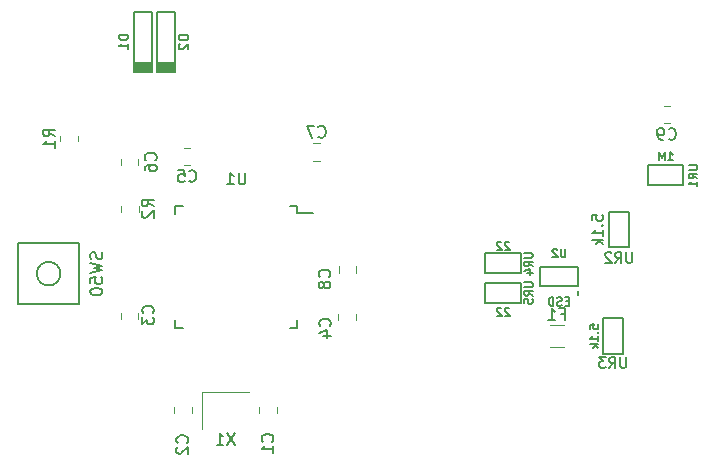
<source format=gbo>
%TF.GenerationSoftware,KiCad,Pcbnew,7.0.2*%
%TF.CreationDate,2023-06-21T18:27:12-05:00*%
%TF.ProjectId,MXB_INTMCU.kicad_pro,4d58425f-494e-4544-9d43-552e6b696361,rev?*%
%TF.SameCoordinates,Original*%
%TF.FileFunction,Legend,Bot*%
%TF.FilePolarity,Positive*%
%FSLAX46Y46*%
G04 Gerber Fmt 4.6, Leading zero omitted, Abs format (unit mm)*
G04 Created by KiCad (PCBNEW 7.0.2) date 2023-06-21 18:27:12*
%MOMM*%
%LPD*%
G01*
G04 APERTURE LIST*
%ADD10C,0.150000*%
%ADD11C,0.120000*%
%ADD12C,0.200000*%
G04 APERTURE END LIST*
D10*
%TO.C,X1*%
X120859523Y-95512619D02*
X120192857Y-96512619D01*
X120192857Y-95512619D02*
X120859523Y-96512619D01*
X119288095Y-96512619D02*
X119859523Y-96512619D01*
X119573809Y-96512619D02*
X119573809Y-95512619D01*
X119573809Y-95512619D02*
X119669047Y-95655476D01*
X119669047Y-95655476D02*
X119764285Y-95750714D01*
X119764285Y-95750714D02*
X119859523Y-95798333D01*
%TO.C,D2*%
X116894095Y-61819524D02*
X116094095Y-61819524D01*
X116094095Y-61819524D02*
X116094095Y-62010000D01*
X116094095Y-62010000D02*
X116132190Y-62124286D01*
X116132190Y-62124286D02*
X116208380Y-62200476D01*
X116208380Y-62200476D02*
X116284571Y-62238571D01*
X116284571Y-62238571D02*
X116436952Y-62276667D01*
X116436952Y-62276667D02*
X116551238Y-62276667D01*
X116551238Y-62276667D02*
X116703619Y-62238571D01*
X116703619Y-62238571D02*
X116779809Y-62200476D01*
X116779809Y-62200476D02*
X116856000Y-62124286D01*
X116856000Y-62124286D02*
X116894095Y-62010000D01*
X116894095Y-62010000D02*
X116894095Y-61819524D01*
X116170285Y-62581428D02*
X116132190Y-62619524D01*
X116132190Y-62619524D02*
X116094095Y-62695714D01*
X116094095Y-62695714D02*
X116094095Y-62886190D01*
X116094095Y-62886190D02*
X116132190Y-62962381D01*
X116132190Y-62962381D02*
X116170285Y-63000476D01*
X116170285Y-63000476D02*
X116246476Y-63038571D01*
X116246476Y-63038571D02*
X116322666Y-63038571D01*
X116322666Y-63038571D02*
X116436952Y-63000476D01*
X116436952Y-63000476D02*
X116894095Y-62543333D01*
X116894095Y-62543333D02*
X116894095Y-63038571D01*
%TO.C,D1*%
X111814095Y-61784124D02*
X111014095Y-61784124D01*
X111014095Y-61784124D02*
X111014095Y-61974600D01*
X111014095Y-61974600D02*
X111052190Y-62088886D01*
X111052190Y-62088886D02*
X111128380Y-62165076D01*
X111128380Y-62165076D02*
X111204571Y-62203171D01*
X111204571Y-62203171D02*
X111356952Y-62241267D01*
X111356952Y-62241267D02*
X111471238Y-62241267D01*
X111471238Y-62241267D02*
X111623619Y-62203171D01*
X111623619Y-62203171D02*
X111699809Y-62165076D01*
X111699809Y-62165076D02*
X111776000Y-62088886D01*
X111776000Y-62088886D02*
X111814095Y-61974600D01*
X111814095Y-61974600D02*
X111814095Y-61784124D01*
X111814095Y-63003171D02*
X111814095Y-62546028D01*
X111814095Y-62774600D02*
X111014095Y-62774600D01*
X111014095Y-62774600D02*
X111128380Y-62698409D01*
X111128380Y-62698409D02*
X111204571Y-62622219D01*
X111204571Y-62622219D02*
X111242666Y-62546028D01*
%TO.C,C9*%
X157566666Y-70597380D02*
X157614285Y-70645000D01*
X157614285Y-70645000D02*
X157757142Y-70692619D01*
X157757142Y-70692619D02*
X157852380Y-70692619D01*
X157852380Y-70692619D02*
X157995237Y-70645000D01*
X157995237Y-70645000D02*
X158090475Y-70549761D01*
X158090475Y-70549761D02*
X158138094Y-70454523D01*
X158138094Y-70454523D02*
X158185713Y-70264047D01*
X158185713Y-70264047D02*
X158185713Y-70121190D01*
X158185713Y-70121190D02*
X158138094Y-69930714D01*
X158138094Y-69930714D02*
X158090475Y-69835476D01*
X158090475Y-69835476D02*
X157995237Y-69740238D01*
X157995237Y-69740238D02*
X157852380Y-69692619D01*
X157852380Y-69692619D02*
X157757142Y-69692619D01*
X157757142Y-69692619D02*
X157614285Y-69740238D01*
X157614285Y-69740238D02*
X157566666Y-69787857D01*
X157090475Y-70692619D02*
X156899999Y-70692619D01*
X156899999Y-70692619D02*
X156804761Y-70645000D01*
X156804761Y-70645000D02*
X156757142Y-70597380D01*
X156757142Y-70597380D02*
X156661904Y-70454523D01*
X156661904Y-70454523D02*
X156614285Y-70264047D01*
X156614285Y-70264047D02*
X156614285Y-69883095D01*
X156614285Y-69883095D02*
X156661904Y-69787857D01*
X156661904Y-69787857D02*
X156709523Y-69740238D01*
X156709523Y-69740238D02*
X156804761Y-69692619D01*
X156804761Y-69692619D02*
X156995237Y-69692619D01*
X156995237Y-69692619D02*
X157090475Y-69740238D01*
X157090475Y-69740238D02*
X157138094Y-69787857D01*
X157138094Y-69787857D02*
X157185713Y-69883095D01*
X157185713Y-69883095D02*
X157185713Y-70121190D01*
X157185713Y-70121190D02*
X157138094Y-70216428D01*
X157138094Y-70216428D02*
X157090475Y-70264047D01*
X157090475Y-70264047D02*
X156995237Y-70311666D01*
X156995237Y-70311666D02*
X156804761Y-70311666D01*
X156804761Y-70311666D02*
X156709523Y-70264047D01*
X156709523Y-70264047D02*
X156661904Y-70216428D01*
X156661904Y-70216428D02*
X156614285Y-70121190D01*
%TO.C,UR4*%
X145357833Y-80266666D02*
X145924500Y-80266666D01*
X145924500Y-80266666D02*
X145991166Y-80300000D01*
X145991166Y-80300000D02*
X146024500Y-80333333D01*
X146024500Y-80333333D02*
X146057833Y-80400000D01*
X146057833Y-80400000D02*
X146057833Y-80533333D01*
X146057833Y-80533333D02*
X146024500Y-80600000D01*
X146024500Y-80600000D02*
X145991166Y-80633333D01*
X145991166Y-80633333D02*
X145924500Y-80666666D01*
X145924500Y-80666666D02*
X145357833Y-80666666D01*
X146057833Y-81399999D02*
X145724500Y-81166666D01*
X146057833Y-80999999D02*
X145357833Y-80999999D01*
X145357833Y-80999999D02*
X145357833Y-81266666D01*
X145357833Y-81266666D02*
X145391166Y-81333333D01*
X145391166Y-81333333D02*
X145424500Y-81366666D01*
X145424500Y-81366666D02*
X145491166Y-81399999D01*
X145491166Y-81399999D02*
X145591166Y-81399999D01*
X145591166Y-81399999D02*
X145657833Y-81366666D01*
X145657833Y-81366666D02*
X145691166Y-81333333D01*
X145691166Y-81333333D02*
X145724500Y-81266666D01*
X145724500Y-81266666D02*
X145724500Y-80999999D01*
X145591166Y-81999999D02*
X146057833Y-81999999D01*
X145324500Y-81833333D02*
X145824500Y-81666666D01*
X145824500Y-81666666D02*
X145824500Y-82099999D01*
X144083333Y-79372500D02*
X144050000Y-79339166D01*
X144050000Y-79339166D02*
X143983333Y-79305833D01*
X143983333Y-79305833D02*
X143816667Y-79305833D01*
X143816667Y-79305833D02*
X143750000Y-79339166D01*
X143750000Y-79339166D02*
X143716667Y-79372500D01*
X143716667Y-79372500D02*
X143683333Y-79439166D01*
X143683333Y-79439166D02*
X143683333Y-79505833D01*
X143683333Y-79505833D02*
X143716667Y-79605833D01*
X143716667Y-79605833D02*
X144116667Y-80005833D01*
X144116667Y-80005833D02*
X143683333Y-80005833D01*
X143416666Y-79372500D02*
X143383333Y-79339166D01*
X143383333Y-79339166D02*
X143316666Y-79305833D01*
X143316666Y-79305833D02*
X143150000Y-79305833D01*
X143150000Y-79305833D02*
X143083333Y-79339166D01*
X143083333Y-79339166D02*
X143050000Y-79372500D01*
X143050000Y-79372500D02*
X143016666Y-79439166D01*
X143016666Y-79439166D02*
X143016666Y-79505833D01*
X143016666Y-79505833D02*
X143050000Y-79605833D01*
X143050000Y-79605833D02*
X143450000Y-80005833D01*
X143450000Y-80005833D02*
X143016666Y-80005833D01*
%TO.C,C7*%
X127916666Y-70412380D02*
X127964285Y-70460000D01*
X127964285Y-70460000D02*
X128107142Y-70507619D01*
X128107142Y-70507619D02*
X128202380Y-70507619D01*
X128202380Y-70507619D02*
X128345237Y-70460000D01*
X128345237Y-70460000D02*
X128440475Y-70364761D01*
X128440475Y-70364761D02*
X128488094Y-70269523D01*
X128488094Y-70269523D02*
X128535713Y-70079047D01*
X128535713Y-70079047D02*
X128535713Y-69936190D01*
X128535713Y-69936190D02*
X128488094Y-69745714D01*
X128488094Y-69745714D02*
X128440475Y-69650476D01*
X128440475Y-69650476D02*
X128345237Y-69555238D01*
X128345237Y-69555238D02*
X128202380Y-69507619D01*
X128202380Y-69507619D02*
X128107142Y-69507619D01*
X128107142Y-69507619D02*
X127964285Y-69555238D01*
X127964285Y-69555238D02*
X127916666Y-69602857D01*
X127583332Y-69507619D02*
X126916666Y-69507619D01*
X126916666Y-69507619D02*
X127345237Y-70507619D01*
%TO.C,UR1*%
X159298833Y-72826666D02*
X159865500Y-72826666D01*
X159865500Y-72826666D02*
X159932166Y-72860000D01*
X159932166Y-72860000D02*
X159965500Y-72893333D01*
X159965500Y-72893333D02*
X159998833Y-72960000D01*
X159998833Y-72960000D02*
X159998833Y-73093333D01*
X159998833Y-73093333D02*
X159965500Y-73160000D01*
X159965500Y-73160000D02*
X159932166Y-73193333D01*
X159932166Y-73193333D02*
X159865500Y-73226666D01*
X159865500Y-73226666D02*
X159298833Y-73226666D01*
X159998833Y-73959999D02*
X159665500Y-73726666D01*
X159998833Y-73559999D02*
X159298833Y-73559999D01*
X159298833Y-73559999D02*
X159298833Y-73826666D01*
X159298833Y-73826666D02*
X159332166Y-73893333D01*
X159332166Y-73893333D02*
X159365500Y-73926666D01*
X159365500Y-73926666D02*
X159432166Y-73959999D01*
X159432166Y-73959999D02*
X159532166Y-73959999D01*
X159532166Y-73959999D02*
X159598833Y-73926666D01*
X159598833Y-73926666D02*
X159632166Y-73893333D01*
X159632166Y-73893333D02*
X159665500Y-73826666D01*
X159665500Y-73826666D02*
X159665500Y-73559999D01*
X159998833Y-74626666D02*
X159998833Y-74226666D01*
X159998833Y-74426666D02*
X159298833Y-74426666D01*
X159298833Y-74426666D02*
X159398833Y-74359999D01*
X159398833Y-74359999D02*
X159465500Y-74293333D01*
X159465500Y-74293333D02*
X159498833Y-74226666D01*
X157524999Y-72433833D02*
X157924999Y-72433833D01*
X157724999Y-72433833D02*
X157724999Y-71733833D01*
X157724999Y-71733833D02*
X157791666Y-71833833D01*
X157791666Y-71833833D02*
X157858333Y-71900500D01*
X157858333Y-71900500D02*
X157924999Y-71933833D01*
X157224999Y-72433833D02*
X157224999Y-71733833D01*
X157224999Y-71733833D02*
X156991666Y-72233833D01*
X156991666Y-72233833D02*
X156758332Y-71733833D01*
X156758332Y-71733833D02*
X156758332Y-72433833D01*
%TO.C,R2*%
X113962619Y-76333333D02*
X113486428Y-76000000D01*
X113962619Y-75761905D02*
X112962619Y-75761905D01*
X112962619Y-75761905D02*
X112962619Y-76142857D01*
X112962619Y-76142857D02*
X113010238Y-76238095D01*
X113010238Y-76238095D02*
X113057857Y-76285714D01*
X113057857Y-76285714D02*
X113153095Y-76333333D01*
X113153095Y-76333333D02*
X113295952Y-76333333D01*
X113295952Y-76333333D02*
X113391190Y-76285714D01*
X113391190Y-76285714D02*
X113438809Y-76238095D01*
X113438809Y-76238095D02*
X113486428Y-76142857D01*
X113486428Y-76142857D02*
X113486428Y-75761905D01*
X113057857Y-76714286D02*
X113010238Y-76761905D01*
X113010238Y-76761905D02*
X112962619Y-76857143D01*
X112962619Y-76857143D02*
X112962619Y-77095238D01*
X112962619Y-77095238D02*
X113010238Y-77190476D01*
X113010238Y-77190476D02*
X113057857Y-77238095D01*
X113057857Y-77238095D02*
X113153095Y-77285714D01*
X113153095Y-77285714D02*
X113248333Y-77285714D01*
X113248333Y-77285714D02*
X113391190Y-77238095D01*
X113391190Y-77238095D02*
X113962619Y-76666667D01*
X113962619Y-76666667D02*
X113962619Y-77285714D01*
%TO.C,R1*%
X105612619Y-70408333D02*
X105136428Y-70075000D01*
X105612619Y-69836905D02*
X104612619Y-69836905D01*
X104612619Y-69836905D02*
X104612619Y-70217857D01*
X104612619Y-70217857D02*
X104660238Y-70313095D01*
X104660238Y-70313095D02*
X104707857Y-70360714D01*
X104707857Y-70360714D02*
X104803095Y-70408333D01*
X104803095Y-70408333D02*
X104945952Y-70408333D01*
X104945952Y-70408333D02*
X105041190Y-70360714D01*
X105041190Y-70360714D02*
X105088809Y-70313095D01*
X105088809Y-70313095D02*
X105136428Y-70217857D01*
X105136428Y-70217857D02*
X105136428Y-69836905D01*
X105612619Y-71360714D02*
X105612619Y-70789286D01*
X105612619Y-71075000D02*
X104612619Y-71075000D01*
X104612619Y-71075000D02*
X104755476Y-70979762D01*
X104755476Y-70979762D02*
X104850714Y-70884524D01*
X104850714Y-70884524D02*
X104898333Y-70789286D01*
%TO.C,C3*%
X113892380Y-85358333D02*
X113940000Y-85310714D01*
X113940000Y-85310714D02*
X113987619Y-85167857D01*
X113987619Y-85167857D02*
X113987619Y-85072619D01*
X113987619Y-85072619D02*
X113940000Y-84929762D01*
X113940000Y-84929762D02*
X113844761Y-84834524D01*
X113844761Y-84834524D02*
X113749523Y-84786905D01*
X113749523Y-84786905D02*
X113559047Y-84739286D01*
X113559047Y-84739286D02*
X113416190Y-84739286D01*
X113416190Y-84739286D02*
X113225714Y-84786905D01*
X113225714Y-84786905D02*
X113130476Y-84834524D01*
X113130476Y-84834524D02*
X113035238Y-84929762D01*
X113035238Y-84929762D02*
X112987619Y-85072619D01*
X112987619Y-85072619D02*
X112987619Y-85167857D01*
X112987619Y-85167857D02*
X113035238Y-85310714D01*
X113035238Y-85310714D02*
X113082857Y-85358333D01*
X112987619Y-85691667D02*
X112987619Y-86310714D01*
X112987619Y-86310714D02*
X113368571Y-85977381D01*
X113368571Y-85977381D02*
X113368571Y-86120238D01*
X113368571Y-86120238D02*
X113416190Y-86215476D01*
X113416190Y-86215476D02*
X113463809Y-86263095D01*
X113463809Y-86263095D02*
X113559047Y-86310714D01*
X113559047Y-86310714D02*
X113797142Y-86310714D01*
X113797142Y-86310714D02*
X113892380Y-86263095D01*
X113892380Y-86263095D02*
X113940000Y-86215476D01*
X113940000Y-86215476D02*
X113987619Y-86120238D01*
X113987619Y-86120238D02*
X113987619Y-85834524D01*
X113987619Y-85834524D02*
X113940000Y-85739286D01*
X113940000Y-85739286D02*
X113892380Y-85691667D01*
%TO.C,SW50*%
X109554000Y-80215476D02*
X109601619Y-80358333D01*
X109601619Y-80358333D02*
X109601619Y-80596428D01*
X109601619Y-80596428D02*
X109554000Y-80691666D01*
X109554000Y-80691666D02*
X109506380Y-80739285D01*
X109506380Y-80739285D02*
X109411142Y-80786904D01*
X109411142Y-80786904D02*
X109315904Y-80786904D01*
X109315904Y-80786904D02*
X109220666Y-80739285D01*
X109220666Y-80739285D02*
X109173047Y-80691666D01*
X109173047Y-80691666D02*
X109125428Y-80596428D01*
X109125428Y-80596428D02*
X109077809Y-80405952D01*
X109077809Y-80405952D02*
X109030190Y-80310714D01*
X109030190Y-80310714D02*
X108982571Y-80263095D01*
X108982571Y-80263095D02*
X108887333Y-80215476D01*
X108887333Y-80215476D02*
X108792095Y-80215476D01*
X108792095Y-80215476D02*
X108696857Y-80263095D01*
X108696857Y-80263095D02*
X108649238Y-80310714D01*
X108649238Y-80310714D02*
X108601619Y-80405952D01*
X108601619Y-80405952D02*
X108601619Y-80644047D01*
X108601619Y-80644047D02*
X108649238Y-80786904D01*
X108601619Y-81120238D02*
X109601619Y-81358333D01*
X109601619Y-81358333D02*
X108887333Y-81548809D01*
X108887333Y-81548809D02*
X109601619Y-81739285D01*
X109601619Y-81739285D02*
X108601619Y-81977381D01*
X108601619Y-82834523D02*
X108601619Y-82358333D01*
X108601619Y-82358333D02*
X109077809Y-82310714D01*
X109077809Y-82310714D02*
X109030190Y-82358333D01*
X109030190Y-82358333D02*
X108982571Y-82453571D01*
X108982571Y-82453571D02*
X108982571Y-82691666D01*
X108982571Y-82691666D02*
X109030190Y-82786904D01*
X109030190Y-82786904D02*
X109077809Y-82834523D01*
X109077809Y-82834523D02*
X109173047Y-82882142D01*
X109173047Y-82882142D02*
X109411142Y-82882142D01*
X109411142Y-82882142D02*
X109506380Y-82834523D01*
X109506380Y-82834523D02*
X109554000Y-82786904D01*
X109554000Y-82786904D02*
X109601619Y-82691666D01*
X109601619Y-82691666D02*
X109601619Y-82453571D01*
X109601619Y-82453571D02*
X109554000Y-82358333D01*
X109554000Y-82358333D02*
X109506380Y-82310714D01*
X108601619Y-83501190D02*
X108601619Y-83596428D01*
X108601619Y-83596428D02*
X108649238Y-83691666D01*
X108649238Y-83691666D02*
X108696857Y-83739285D01*
X108696857Y-83739285D02*
X108792095Y-83786904D01*
X108792095Y-83786904D02*
X108982571Y-83834523D01*
X108982571Y-83834523D02*
X109220666Y-83834523D01*
X109220666Y-83834523D02*
X109411142Y-83786904D01*
X109411142Y-83786904D02*
X109506380Y-83739285D01*
X109506380Y-83739285D02*
X109554000Y-83691666D01*
X109554000Y-83691666D02*
X109601619Y-83596428D01*
X109601619Y-83596428D02*
X109601619Y-83501190D01*
X109601619Y-83501190D02*
X109554000Y-83405952D01*
X109554000Y-83405952D02*
X109506380Y-83358333D01*
X109506380Y-83358333D02*
X109411142Y-83310714D01*
X109411142Y-83310714D02*
X109220666Y-83263095D01*
X109220666Y-83263095D02*
X108982571Y-83263095D01*
X108982571Y-83263095D02*
X108792095Y-83310714D01*
X108792095Y-83310714D02*
X108696857Y-83358333D01*
X108696857Y-83358333D02*
X108649238Y-83405952D01*
X108649238Y-83405952D02*
X108601619Y-83501190D01*
%TO.C,F1*%
X148433333Y-85418809D02*
X148766666Y-85418809D01*
X148766666Y-85942619D02*
X148766666Y-84942619D01*
X148766666Y-84942619D02*
X148290476Y-84942619D01*
X147385714Y-85942619D02*
X147957142Y-85942619D01*
X147671428Y-85942619D02*
X147671428Y-84942619D01*
X147671428Y-84942619D02*
X147766666Y-85085476D01*
X147766666Y-85085476D02*
X147861904Y-85180714D01*
X147861904Y-85180714D02*
X147957142Y-85228333D01*
%TO.C,C8*%
X128829380Y-82309333D02*
X128877000Y-82261714D01*
X128877000Y-82261714D02*
X128924619Y-82118857D01*
X128924619Y-82118857D02*
X128924619Y-82023619D01*
X128924619Y-82023619D02*
X128877000Y-81880762D01*
X128877000Y-81880762D02*
X128781761Y-81785524D01*
X128781761Y-81785524D02*
X128686523Y-81737905D01*
X128686523Y-81737905D02*
X128496047Y-81690286D01*
X128496047Y-81690286D02*
X128353190Y-81690286D01*
X128353190Y-81690286D02*
X128162714Y-81737905D01*
X128162714Y-81737905D02*
X128067476Y-81785524D01*
X128067476Y-81785524D02*
X127972238Y-81880762D01*
X127972238Y-81880762D02*
X127924619Y-82023619D01*
X127924619Y-82023619D02*
X127924619Y-82118857D01*
X127924619Y-82118857D02*
X127972238Y-82261714D01*
X127972238Y-82261714D02*
X128019857Y-82309333D01*
X128353190Y-82880762D02*
X128305571Y-82785524D01*
X128305571Y-82785524D02*
X128257952Y-82737905D01*
X128257952Y-82737905D02*
X128162714Y-82690286D01*
X128162714Y-82690286D02*
X128115095Y-82690286D01*
X128115095Y-82690286D02*
X128019857Y-82737905D01*
X128019857Y-82737905D02*
X127972238Y-82785524D01*
X127972238Y-82785524D02*
X127924619Y-82880762D01*
X127924619Y-82880762D02*
X127924619Y-83071238D01*
X127924619Y-83071238D02*
X127972238Y-83166476D01*
X127972238Y-83166476D02*
X128019857Y-83214095D01*
X128019857Y-83214095D02*
X128115095Y-83261714D01*
X128115095Y-83261714D02*
X128162714Y-83261714D01*
X128162714Y-83261714D02*
X128257952Y-83214095D01*
X128257952Y-83214095D02*
X128305571Y-83166476D01*
X128305571Y-83166476D02*
X128353190Y-83071238D01*
X128353190Y-83071238D02*
X128353190Y-82880762D01*
X128353190Y-82880762D02*
X128400809Y-82785524D01*
X128400809Y-82785524D02*
X128448428Y-82737905D01*
X128448428Y-82737905D02*
X128543666Y-82690286D01*
X128543666Y-82690286D02*
X128734142Y-82690286D01*
X128734142Y-82690286D02*
X128829380Y-82737905D01*
X128829380Y-82737905D02*
X128877000Y-82785524D01*
X128877000Y-82785524D02*
X128924619Y-82880762D01*
X128924619Y-82880762D02*
X128924619Y-83071238D01*
X128924619Y-83071238D02*
X128877000Y-83166476D01*
X128877000Y-83166476D02*
X128829380Y-83214095D01*
X128829380Y-83214095D02*
X128734142Y-83261714D01*
X128734142Y-83261714D02*
X128543666Y-83261714D01*
X128543666Y-83261714D02*
X128448428Y-83214095D01*
X128448428Y-83214095D02*
X128400809Y-83166476D01*
X128400809Y-83166476D02*
X128353190Y-83071238D01*
%TO.C,UR3*%
X153971833Y-89110269D02*
X153971833Y-89829936D01*
X153971833Y-89829936D02*
X153929500Y-89914602D01*
X153929500Y-89914602D02*
X153887166Y-89956936D01*
X153887166Y-89956936D02*
X153802500Y-89999269D01*
X153802500Y-89999269D02*
X153633166Y-89999269D01*
X153633166Y-89999269D02*
X153548500Y-89956936D01*
X153548500Y-89956936D02*
X153506166Y-89914602D01*
X153506166Y-89914602D02*
X153463833Y-89829936D01*
X153463833Y-89829936D02*
X153463833Y-89110269D01*
X152532500Y-89999269D02*
X152828833Y-89575936D01*
X153040500Y-89999269D02*
X153040500Y-89110269D01*
X153040500Y-89110269D02*
X152701833Y-89110269D01*
X152701833Y-89110269D02*
X152617167Y-89152602D01*
X152617167Y-89152602D02*
X152574833Y-89194936D01*
X152574833Y-89194936D02*
X152532500Y-89279602D01*
X152532500Y-89279602D02*
X152532500Y-89406602D01*
X152532500Y-89406602D02*
X152574833Y-89491269D01*
X152574833Y-89491269D02*
X152617167Y-89533602D01*
X152617167Y-89533602D02*
X152701833Y-89575936D01*
X152701833Y-89575936D02*
X153040500Y-89575936D01*
X152236167Y-89110269D02*
X151685833Y-89110269D01*
X151685833Y-89110269D02*
X151982167Y-89448936D01*
X151982167Y-89448936D02*
X151855167Y-89448936D01*
X151855167Y-89448936D02*
X151770500Y-89491269D01*
X151770500Y-89491269D02*
X151728167Y-89533602D01*
X151728167Y-89533602D02*
X151685833Y-89618269D01*
X151685833Y-89618269D02*
X151685833Y-89829936D01*
X151685833Y-89829936D02*
X151728167Y-89914602D01*
X151728167Y-89914602D02*
X151770500Y-89956936D01*
X151770500Y-89956936D02*
X151855167Y-89999269D01*
X151855167Y-89999269D02*
X152109167Y-89999269D01*
X152109167Y-89999269D02*
X152193833Y-89956936D01*
X152193833Y-89956936D02*
X152236167Y-89914602D01*
X150923833Y-86683333D02*
X150923833Y-86349999D01*
X150923833Y-86349999D02*
X151257166Y-86316666D01*
X151257166Y-86316666D02*
X151223833Y-86349999D01*
X151223833Y-86349999D02*
X151190500Y-86416666D01*
X151190500Y-86416666D02*
X151190500Y-86583333D01*
X151190500Y-86583333D02*
X151223833Y-86649999D01*
X151223833Y-86649999D02*
X151257166Y-86683333D01*
X151257166Y-86683333D02*
X151323833Y-86716666D01*
X151323833Y-86716666D02*
X151490500Y-86716666D01*
X151490500Y-86716666D02*
X151557166Y-86683333D01*
X151557166Y-86683333D02*
X151590500Y-86649999D01*
X151590500Y-86649999D02*
X151623833Y-86583333D01*
X151623833Y-86583333D02*
X151623833Y-86416666D01*
X151623833Y-86416666D02*
X151590500Y-86349999D01*
X151590500Y-86349999D02*
X151557166Y-86316666D01*
X151557166Y-87016666D02*
X151590500Y-87050000D01*
X151590500Y-87050000D02*
X151623833Y-87016666D01*
X151623833Y-87016666D02*
X151590500Y-86983333D01*
X151590500Y-86983333D02*
X151557166Y-87016666D01*
X151557166Y-87016666D02*
X151623833Y-87016666D01*
X151623833Y-87716666D02*
X151623833Y-87316666D01*
X151623833Y-87516666D02*
X150923833Y-87516666D01*
X150923833Y-87516666D02*
X151023833Y-87449999D01*
X151023833Y-87449999D02*
X151090500Y-87383333D01*
X151090500Y-87383333D02*
X151123833Y-87316666D01*
X151623833Y-88016666D02*
X150923833Y-88016666D01*
X151357166Y-88083333D02*
X151623833Y-88283333D01*
X151157166Y-88283333D02*
X151423833Y-88016666D01*
%TO.C,U2*%
X148833333Y-79923833D02*
X148833333Y-80490500D01*
X148833333Y-80490500D02*
X148800000Y-80557166D01*
X148800000Y-80557166D02*
X148766666Y-80590500D01*
X148766666Y-80590500D02*
X148700000Y-80623833D01*
X148700000Y-80623833D02*
X148566666Y-80623833D01*
X148566666Y-80623833D02*
X148500000Y-80590500D01*
X148500000Y-80590500D02*
X148466666Y-80557166D01*
X148466666Y-80557166D02*
X148433333Y-80490500D01*
X148433333Y-80490500D02*
X148433333Y-79923833D01*
X148133333Y-79990500D02*
X148100000Y-79957166D01*
X148100000Y-79957166D02*
X148033333Y-79923833D01*
X148033333Y-79923833D02*
X147866667Y-79923833D01*
X147866667Y-79923833D02*
X147800000Y-79957166D01*
X147800000Y-79957166D02*
X147766667Y-79990500D01*
X147766667Y-79990500D02*
X147733333Y-80057166D01*
X147733333Y-80057166D02*
X147733333Y-80123833D01*
X147733333Y-80123833D02*
X147766667Y-80223833D01*
X147766667Y-80223833D02*
X148166667Y-80623833D01*
X148166667Y-80623833D02*
X147733333Y-80623833D01*
X149107333Y-84357166D02*
X148874000Y-84357166D01*
X148774000Y-84723833D02*
X149107333Y-84723833D01*
X149107333Y-84723833D02*
X149107333Y-84023833D01*
X149107333Y-84023833D02*
X148774000Y-84023833D01*
X148507333Y-84690500D02*
X148407333Y-84723833D01*
X148407333Y-84723833D02*
X148240667Y-84723833D01*
X148240667Y-84723833D02*
X148174000Y-84690500D01*
X148174000Y-84690500D02*
X148140667Y-84657166D01*
X148140667Y-84657166D02*
X148107333Y-84590500D01*
X148107333Y-84590500D02*
X148107333Y-84523833D01*
X148107333Y-84523833D02*
X148140667Y-84457166D01*
X148140667Y-84457166D02*
X148174000Y-84423833D01*
X148174000Y-84423833D02*
X148240667Y-84390500D01*
X148240667Y-84390500D02*
X148374000Y-84357166D01*
X148374000Y-84357166D02*
X148440667Y-84323833D01*
X148440667Y-84323833D02*
X148474000Y-84290500D01*
X148474000Y-84290500D02*
X148507333Y-84223833D01*
X148507333Y-84223833D02*
X148507333Y-84157166D01*
X148507333Y-84157166D02*
X148474000Y-84090500D01*
X148474000Y-84090500D02*
X148440667Y-84057166D01*
X148440667Y-84057166D02*
X148374000Y-84023833D01*
X148374000Y-84023833D02*
X148207333Y-84023833D01*
X148207333Y-84023833D02*
X148107333Y-84057166D01*
X147807333Y-84723833D02*
X147807333Y-84023833D01*
X147807333Y-84023833D02*
X147640666Y-84023833D01*
X147640666Y-84023833D02*
X147540666Y-84057166D01*
X147540666Y-84057166D02*
X147474000Y-84123833D01*
X147474000Y-84123833D02*
X147440666Y-84190500D01*
X147440666Y-84190500D02*
X147407333Y-84323833D01*
X147407333Y-84323833D02*
X147407333Y-84423833D01*
X147407333Y-84423833D02*
X147440666Y-84557166D01*
X147440666Y-84557166D02*
X147474000Y-84623833D01*
X147474000Y-84623833D02*
X147540666Y-84690500D01*
X147540666Y-84690500D02*
X147640666Y-84723833D01*
X147640666Y-84723833D02*
X147807333Y-84723833D01*
%TO.C,C6*%
X114117380Y-72408333D02*
X114165000Y-72360714D01*
X114165000Y-72360714D02*
X114212619Y-72217857D01*
X114212619Y-72217857D02*
X114212619Y-72122619D01*
X114212619Y-72122619D02*
X114165000Y-71979762D01*
X114165000Y-71979762D02*
X114069761Y-71884524D01*
X114069761Y-71884524D02*
X113974523Y-71836905D01*
X113974523Y-71836905D02*
X113784047Y-71789286D01*
X113784047Y-71789286D02*
X113641190Y-71789286D01*
X113641190Y-71789286D02*
X113450714Y-71836905D01*
X113450714Y-71836905D02*
X113355476Y-71884524D01*
X113355476Y-71884524D02*
X113260238Y-71979762D01*
X113260238Y-71979762D02*
X113212619Y-72122619D01*
X113212619Y-72122619D02*
X113212619Y-72217857D01*
X113212619Y-72217857D02*
X113260238Y-72360714D01*
X113260238Y-72360714D02*
X113307857Y-72408333D01*
X113212619Y-73265476D02*
X113212619Y-73075000D01*
X113212619Y-73075000D02*
X113260238Y-72979762D01*
X113260238Y-72979762D02*
X113307857Y-72932143D01*
X113307857Y-72932143D02*
X113450714Y-72836905D01*
X113450714Y-72836905D02*
X113641190Y-72789286D01*
X113641190Y-72789286D02*
X114022142Y-72789286D01*
X114022142Y-72789286D02*
X114117380Y-72836905D01*
X114117380Y-72836905D02*
X114165000Y-72884524D01*
X114165000Y-72884524D02*
X114212619Y-72979762D01*
X114212619Y-72979762D02*
X114212619Y-73170238D01*
X114212619Y-73170238D02*
X114165000Y-73265476D01*
X114165000Y-73265476D02*
X114117380Y-73313095D01*
X114117380Y-73313095D02*
X114022142Y-73360714D01*
X114022142Y-73360714D02*
X113784047Y-73360714D01*
X113784047Y-73360714D02*
X113688809Y-73313095D01*
X113688809Y-73313095D02*
X113641190Y-73265476D01*
X113641190Y-73265476D02*
X113593571Y-73170238D01*
X113593571Y-73170238D02*
X113593571Y-72979762D01*
X113593571Y-72979762D02*
X113641190Y-72884524D01*
X113641190Y-72884524D02*
X113688809Y-72836905D01*
X113688809Y-72836905D02*
X113784047Y-72789286D01*
%TO.C,C2*%
X116798630Y-96339581D02*
X116846250Y-96291962D01*
X116846250Y-96291962D02*
X116893869Y-96149105D01*
X116893869Y-96149105D02*
X116893869Y-96053867D01*
X116893869Y-96053867D02*
X116846250Y-95911010D01*
X116846250Y-95911010D02*
X116751011Y-95815772D01*
X116751011Y-95815772D02*
X116655773Y-95768153D01*
X116655773Y-95768153D02*
X116465297Y-95720534D01*
X116465297Y-95720534D02*
X116322440Y-95720534D01*
X116322440Y-95720534D02*
X116131964Y-95768153D01*
X116131964Y-95768153D02*
X116036726Y-95815772D01*
X116036726Y-95815772D02*
X115941488Y-95911010D01*
X115941488Y-95911010D02*
X115893869Y-96053867D01*
X115893869Y-96053867D02*
X115893869Y-96149105D01*
X115893869Y-96149105D02*
X115941488Y-96291962D01*
X115941488Y-96291962D02*
X115989107Y-96339581D01*
X115989107Y-96720534D02*
X115941488Y-96768153D01*
X115941488Y-96768153D02*
X115893869Y-96863391D01*
X115893869Y-96863391D02*
X115893869Y-97101486D01*
X115893869Y-97101486D02*
X115941488Y-97196724D01*
X115941488Y-97196724D02*
X115989107Y-97244343D01*
X115989107Y-97244343D02*
X116084345Y-97291962D01*
X116084345Y-97291962D02*
X116179583Y-97291962D01*
X116179583Y-97291962D02*
X116322440Y-97244343D01*
X116322440Y-97244343D02*
X116893869Y-96672915D01*
X116893869Y-96672915D02*
X116893869Y-97291962D01*
%TO.C,C5*%
X116966666Y-74147380D02*
X117014285Y-74195000D01*
X117014285Y-74195000D02*
X117157142Y-74242619D01*
X117157142Y-74242619D02*
X117252380Y-74242619D01*
X117252380Y-74242619D02*
X117395237Y-74195000D01*
X117395237Y-74195000D02*
X117490475Y-74099761D01*
X117490475Y-74099761D02*
X117538094Y-74004523D01*
X117538094Y-74004523D02*
X117585713Y-73814047D01*
X117585713Y-73814047D02*
X117585713Y-73671190D01*
X117585713Y-73671190D02*
X117538094Y-73480714D01*
X117538094Y-73480714D02*
X117490475Y-73385476D01*
X117490475Y-73385476D02*
X117395237Y-73290238D01*
X117395237Y-73290238D02*
X117252380Y-73242619D01*
X117252380Y-73242619D02*
X117157142Y-73242619D01*
X117157142Y-73242619D02*
X117014285Y-73290238D01*
X117014285Y-73290238D02*
X116966666Y-73337857D01*
X116061904Y-73242619D02*
X116538094Y-73242619D01*
X116538094Y-73242619D02*
X116585713Y-73718809D01*
X116585713Y-73718809D02*
X116538094Y-73671190D01*
X116538094Y-73671190D02*
X116442856Y-73623571D01*
X116442856Y-73623571D02*
X116204761Y-73623571D01*
X116204761Y-73623571D02*
X116109523Y-73671190D01*
X116109523Y-73671190D02*
X116061904Y-73718809D01*
X116061904Y-73718809D02*
X116014285Y-73814047D01*
X116014285Y-73814047D02*
X116014285Y-74052142D01*
X116014285Y-74052142D02*
X116061904Y-74147380D01*
X116061904Y-74147380D02*
X116109523Y-74195000D01*
X116109523Y-74195000D02*
X116204761Y-74242619D01*
X116204761Y-74242619D02*
X116442856Y-74242619D01*
X116442856Y-74242619D02*
X116538094Y-74195000D01*
X116538094Y-74195000D02*
X116585713Y-74147380D01*
%TO.C,U1*%
X121730654Y-73466369D02*
X121730654Y-74275892D01*
X121730654Y-74275892D02*
X121683035Y-74371130D01*
X121683035Y-74371130D02*
X121635416Y-74418750D01*
X121635416Y-74418750D02*
X121540178Y-74466369D01*
X121540178Y-74466369D02*
X121349702Y-74466369D01*
X121349702Y-74466369D02*
X121254464Y-74418750D01*
X121254464Y-74418750D02*
X121206845Y-74371130D01*
X121206845Y-74371130D02*
X121159226Y-74275892D01*
X121159226Y-74275892D02*
X121159226Y-73466369D01*
X120159226Y-74466369D02*
X120730654Y-74466369D01*
X120444940Y-74466369D02*
X120444940Y-73466369D01*
X120444940Y-73466369D02*
X120540178Y-73609226D01*
X120540178Y-73609226D02*
X120635416Y-73704464D01*
X120635416Y-73704464D02*
X120730654Y-73752083D01*
%TO.C,C1*%
X124017380Y-96233333D02*
X124065000Y-96185714D01*
X124065000Y-96185714D02*
X124112619Y-96042857D01*
X124112619Y-96042857D02*
X124112619Y-95947619D01*
X124112619Y-95947619D02*
X124065000Y-95804762D01*
X124065000Y-95804762D02*
X123969761Y-95709524D01*
X123969761Y-95709524D02*
X123874523Y-95661905D01*
X123874523Y-95661905D02*
X123684047Y-95614286D01*
X123684047Y-95614286D02*
X123541190Y-95614286D01*
X123541190Y-95614286D02*
X123350714Y-95661905D01*
X123350714Y-95661905D02*
X123255476Y-95709524D01*
X123255476Y-95709524D02*
X123160238Y-95804762D01*
X123160238Y-95804762D02*
X123112619Y-95947619D01*
X123112619Y-95947619D02*
X123112619Y-96042857D01*
X123112619Y-96042857D02*
X123160238Y-96185714D01*
X123160238Y-96185714D02*
X123207857Y-96233333D01*
X124112619Y-97185714D02*
X124112619Y-96614286D01*
X124112619Y-96900000D02*
X123112619Y-96900000D01*
X123112619Y-96900000D02*
X123255476Y-96804762D01*
X123255476Y-96804762D02*
X123350714Y-96709524D01*
X123350714Y-96709524D02*
X123398333Y-96614286D01*
%TO.C,C4*%
X128877380Y-86453333D02*
X128925000Y-86405714D01*
X128925000Y-86405714D02*
X128972619Y-86262857D01*
X128972619Y-86262857D02*
X128972619Y-86167619D01*
X128972619Y-86167619D02*
X128925000Y-86024762D01*
X128925000Y-86024762D02*
X128829761Y-85929524D01*
X128829761Y-85929524D02*
X128734523Y-85881905D01*
X128734523Y-85881905D02*
X128544047Y-85834286D01*
X128544047Y-85834286D02*
X128401190Y-85834286D01*
X128401190Y-85834286D02*
X128210714Y-85881905D01*
X128210714Y-85881905D02*
X128115476Y-85929524D01*
X128115476Y-85929524D02*
X128020238Y-86024762D01*
X128020238Y-86024762D02*
X127972619Y-86167619D01*
X127972619Y-86167619D02*
X127972619Y-86262857D01*
X127972619Y-86262857D02*
X128020238Y-86405714D01*
X128020238Y-86405714D02*
X128067857Y-86453333D01*
X128305952Y-87310476D02*
X128972619Y-87310476D01*
X127925000Y-87072381D02*
X128639285Y-86834286D01*
X128639285Y-86834286D02*
X128639285Y-87453333D01*
%TO.C,UR5*%
X145357833Y-82766666D02*
X145924500Y-82766666D01*
X145924500Y-82766666D02*
X145991166Y-82800000D01*
X145991166Y-82800000D02*
X146024500Y-82833333D01*
X146024500Y-82833333D02*
X146057833Y-82900000D01*
X146057833Y-82900000D02*
X146057833Y-83033333D01*
X146057833Y-83033333D02*
X146024500Y-83100000D01*
X146024500Y-83100000D02*
X145991166Y-83133333D01*
X145991166Y-83133333D02*
X145924500Y-83166666D01*
X145924500Y-83166666D02*
X145357833Y-83166666D01*
X146057833Y-83899999D02*
X145724500Y-83666666D01*
X146057833Y-83499999D02*
X145357833Y-83499999D01*
X145357833Y-83499999D02*
X145357833Y-83766666D01*
X145357833Y-83766666D02*
X145391166Y-83833333D01*
X145391166Y-83833333D02*
X145424500Y-83866666D01*
X145424500Y-83866666D02*
X145491166Y-83899999D01*
X145491166Y-83899999D02*
X145591166Y-83899999D01*
X145591166Y-83899999D02*
X145657833Y-83866666D01*
X145657833Y-83866666D02*
X145691166Y-83833333D01*
X145691166Y-83833333D02*
X145724500Y-83766666D01*
X145724500Y-83766666D02*
X145724500Y-83499999D01*
X145357833Y-84533333D02*
X145357833Y-84199999D01*
X145357833Y-84199999D02*
X145691166Y-84166666D01*
X145691166Y-84166666D02*
X145657833Y-84199999D01*
X145657833Y-84199999D02*
X145624500Y-84266666D01*
X145624500Y-84266666D02*
X145624500Y-84433333D01*
X145624500Y-84433333D02*
X145657833Y-84499999D01*
X145657833Y-84499999D02*
X145691166Y-84533333D01*
X145691166Y-84533333D02*
X145757833Y-84566666D01*
X145757833Y-84566666D02*
X145924500Y-84566666D01*
X145924500Y-84566666D02*
X145991166Y-84533333D01*
X145991166Y-84533333D02*
X146024500Y-84499999D01*
X146024500Y-84499999D02*
X146057833Y-84433333D01*
X146057833Y-84433333D02*
X146057833Y-84266666D01*
X146057833Y-84266666D02*
X146024500Y-84199999D01*
X146024500Y-84199999D02*
X145991166Y-84166666D01*
X144083333Y-84960500D02*
X144050000Y-84927166D01*
X144050000Y-84927166D02*
X143983333Y-84893833D01*
X143983333Y-84893833D02*
X143816667Y-84893833D01*
X143816667Y-84893833D02*
X143750000Y-84927166D01*
X143750000Y-84927166D02*
X143716667Y-84960500D01*
X143716667Y-84960500D02*
X143683333Y-85027166D01*
X143683333Y-85027166D02*
X143683333Y-85093833D01*
X143683333Y-85093833D02*
X143716667Y-85193833D01*
X143716667Y-85193833D02*
X144116667Y-85593833D01*
X144116667Y-85593833D02*
X143683333Y-85593833D01*
X143416666Y-84960500D02*
X143383333Y-84927166D01*
X143383333Y-84927166D02*
X143316666Y-84893833D01*
X143316666Y-84893833D02*
X143150000Y-84893833D01*
X143150000Y-84893833D02*
X143083333Y-84927166D01*
X143083333Y-84927166D02*
X143050000Y-84960500D01*
X143050000Y-84960500D02*
X143016666Y-85027166D01*
X143016666Y-85027166D02*
X143016666Y-85093833D01*
X143016666Y-85093833D02*
X143050000Y-85193833D01*
X143050000Y-85193833D02*
X143450000Y-85593833D01*
X143450000Y-85593833D02*
X143016666Y-85593833D01*
%TO.C,UR2*%
X154475833Y-80220269D02*
X154475833Y-80939936D01*
X154475833Y-80939936D02*
X154433500Y-81024602D01*
X154433500Y-81024602D02*
X154391166Y-81066936D01*
X154391166Y-81066936D02*
X154306500Y-81109269D01*
X154306500Y-81109269D02*
X154137166Y-81109269D01*
X154137166Y-81109269D02*
X154052500Y-81066936D01*
X154052500Y-81066936D02*
X154010166Y-81024602D01*
X154010166Y-81024602D02*
X153967833Y-80939936D01*
X153967833Y-80939936D02*
X153967833Y-80220269D01*
X153036500Y-81109269D02*
X153332833Y-80685936D01*
X153544500Y-81109269D02*
X153544500Y-80220269D01*
X153544500Y-80220269D02*
X153205833Y-80220269D01*
X153205833Y-80220269D02*
X153121167Y-80262602D01*
X153121167Y-80262602D02*
X153078833Y-80304936D01*
X153078833Y-80304936D02*
X153036500Y-80389602D01*
X153036500Y-80389602D02*
X153036500Y-80516602D01*
X153036500Y-80516602D02*
X153078833Y-80601269D01*
X153078833Y-80601269D02*
X153121167Y-80643602D01*
X153121167Y-80643602D02*
X153205833Y-80685936D01*
X153205833Y-80685936D02*
X153544500Y-80685936D01*
X152697833Y-80304936D02*
X152655500Y-80262602D01*
X152655500Y-80262602D02*
X152570833Y-80220269D01*
X152570833Y-80220269D02*
X152359167Y-80220269D01*
X152359167Y-80220269D02*
X152274500Y-80262602D01*
X152274500Y-80262602D02*
X152232167Y-80304936D01*
X152232167Y-80304936D02*
X152189833Y-80389602D01*
X152189833Y-80389602D02*
X152189833Y-80474269D01*
X152189833Y-80474269D02*
X152232167Y-80601269D01*
X152232167Y-80601269D02*
X152740167Y-81109269D01*
X152740167Y-81109269D02*
X152189833Y-81109269D01*
X151098269Y-77516833D02*
X151098269Y-77093499D01*
X151098269Y-77093499D02*
X151521602Y-77051166D01*
X151521602Y-77051166D02*
X151479269Y-77093499D01*
X151479269Y-77093499D02*
X151436936Y-77178166D01*
X151436936Y-77178166D02*
X151436936Y-77389833D01*
X151436936Y-77389833D02*
X151479269Y-77474499D01*
X151479269Y-77474499D02*
X151521602Y-77516833D01*
X151521602Y-77516833D02*
X151606269Y-77559166D01*
X151606269Y-77559166D02*
X151817936Y-77559166D01*
X151817936Y-77559166D02*
X151902602Y-77516833D01*
X151902602Y-77516833D02*
X151944936Y-77474499D01*
X151944936Y-77474499D02*
X151987269Y-77389833D01*
X151987269Y-77389833D02*
X151987269Y-77178166D01*
X151987269Y-77178166D02*
X151944936Y-77093499D01*
X151944936Y-77093499D02*
X151902602Y-77051166D01*
X151902602Y-77940166D02*
X151944936Y-77982500D01*
X151944936Y-77982500D02*
X151987269Y-77940166D01*
X151987269Y-77940166D02*
X151944936Y-77897833D01*
X151944936Y-77897833D02*
X151902602Y-77940166D01*
X151902602Y-77940166D02*
X151987269Y-77940166D01*
X151987269Y-78829166D02*
X151987269Y-78321166D01*
X151987269Y-78575166D02*
X151098269Y-78575166D01*
X151098269Y-78575166D02*
X151225269Y-78490499D01*
X151225269Y-78490499D02*
X151309936Y-78405833D01*
X151309936Y-78405833D02*
X151352269Y-78321166D01*
X151987269Y-79210166D02*
X151098269Y-79210166D01*
X151648602Y-79294833D02*
X151987269Y-79548833D01*
X151394602Y-79548833D02*
X151733269Y-79210166D01*
D11*
%TO.C,X1*%
X118050000Y-95200000D02*
X118050000Y-92000000D01*
X118050000Y-92000000D02*
X122050000Y-92000000D01*
D10*
%TO.C,D2*%
X114288000Y-64940000D02*
X115812000Y-64940000D01*
X115812000Y-64940000D02*
X115812000Y-59860000D01*
X114288000Y-64813000D02*
X115812000Y-64813000D01*
X115812000Y-64686000D02*
X114288000Y-64686000D01*
X114288000Y-64559000D02*
X115812000Y-64559000D01*
X115812000Y-64432000D02*
X114288000Y-64432000D01*
X114288000Y-64305000D02*
X115812000Y-64305000D01*
X114288000Y-64178000D02*
X115812000Y-64178000D01*
X114288000Y-59860000D02*
X114288000Y-64940000D01*
X115812000Y-59860000D02*
X114288000Y-59860000D01*
%TO.C,D1*%
X112288000Y-64940000D02*
X113812000Y-64940000D01*
X113812000Y-64940000D02*
X113812000Y-59860000D01*
X112288000Y-64813000D02*
X113812000Y-64813000D01*
X113812000Y-64686000D02*
X112288000Y-64686000D01*
X112288000Y-64559000D02*
X113812000Y-64559000D01*
X113812000Y-64432000D02*
X112288000Y-64432000D01*
X112288000Y-64305000D02*
X113812000Y-64305000D01*
X112288000Y-64178000D02*
X113812000Y-64178000D01*
X112288000Y-59860000D02*
X112288000Y-64940000D01*
X113812000Y-59860000D02*
X112288000Y-59860000D01*
D11*
%TO.C,C9*%
X157138748Y-69285000D02*
X157661252Y-69285000D01*
X157138748Y-67815000D02*
X157661252Y-67815000D01*
D12*
%TO.C,UR4*%
X142050000Y-80300000D02*
X142050000Y-82000000D01*
X145050000Y-80300000D02*
X142050000Y-80300000D01*
X145050000Y-80300000D02*
X145050000Y-82000000D01*
X145050000Y-82000000D02*
X142050000Y-82000000D01*
D11*
%TO.C,C7*%
X128011252Y-70990000D02*
X127488748Y-70990000D01*
X128011252Y-72460000D02*
X127488748Y-72460000D01*
D12*
%TO.C,UR1*%
X158825000Y-74510000D02*
X158825000Y-72810000D01*
X155825000Y-74510000D02*
X158825000Y-74510000D01*
X155825000Y-74510000D02*
X155825000Y-72810000D01*
X155825000Y-72810000D02*
X158825000Y-72810000D01*
D11*
%TO.C,R2*%
X112685000Y-76777064D02*
X112685000Y-76322936D01*
X111215000Y-76777064D02*
X111215000Y-76322936D01*
%TO.C,R1*%
X106065000Y-70347936D02*
X106065000Y-70802064D01*
X107535000Y-70347936D02*
X107535000Y-70802064D01*
%TO.C,C3*%
X111190000Y-85338748D02*
X111190000Y-85861252D01*
X112660000Y-85338748D02*
X112660000Y-85861252D01*
D10*
%TO.C,SW50*%
X106075000Y-82025000D02*
G75*
G03*
X106075000Y-82025000I-1000000J0D01*
G01*
X102475000Y-84625000D02*
X107675000Y-84625000D01*
X107675000Y-84625000D02*
X107675000Y-79425000D01*
X102475000Y-79425000D02*
X102475000Y-84625000D01*
X107675000Y-79425000D02*
X102475000Y-79425000D01*
D11*
%TO.C,F1*%
X148702064Y-86390000D02*
X147497936Y-86390000D01*
X148702064Y-88210000D02*
X147497936Y-88210000D01*
%TO.C,C8*%
X129640000Y-81413748D02*
X129640000Y-81936252D01*
X131110000Y-81413748D02*
X131110000Y-81936252D01*
D12*
%TO.C,UR3*%
X153700000Y-85800000D02*
X152000000Y-85800000D01*
X153700000Y-88800000D02*
X153700000Y-85800000D01*
X153700000Y-88800000D02*
X152000000Y-88800000D01*
X152000000Y-88800000D02*
X152000000Y-85800000D01*
D10*
%TO.C,U2*%
X146700000Y-81500000D02*
X146700000Y-83100000D01*
X146700000Y-81500000D02*
X149900000Y-81500000D01*
X146700000Y-83100000D02*
X149900000Y-83100000D01*
X149900000Y-81500000D02*
X149900000Y-83100000D01*
X149900000Y-83500000D02*
X149900000Y-83800000D01*
D11*
%TO.C,C6*%
X111190000Y-72288748D02*
X111190000Y-72811252D01*
X112660000Y-72288748D02*
X112660000Y-72811252D01*
%TO.C,C2*%
X115715000Y-93338748D02*
X115715000Y-93861252D01*
X117185000Y-93338748D02*
X117185000Y-93861252D01*
%TO.C,C5*%
X116538748Y-72835000D02*
X117061252Y-72835000D01*
X116538748Y-71365000D02*
X117061252Y-71365000D01*
D10*
%TO.C,U1*%
X115793750Y-76278750D02*
X115793750Y-76953750D01*
X115793750Y-76278750D02*
X116468750Y-76278750D01*
X115793750Y-86628750D02*
X115793750Y-85953750D01*
X115793750Y-86628750D02*
X116468750Y-86628750D01*
X126143750Y-76278750D02*
X125468750Y-76278750D01*
X126143750Y-76278750D02*
X126143750Y-76853750D01*
X126143750Y-76853750D02*
X127418750Y-76853750D01*
X126143750Y-86628750D02*
X125468750Y-86628750D01*
X126143750Y-86628750D02*
X126143750Y-85953750D01*
D11*
%TO.C,C1*%
X122915000Y-93338748D02*
X122915000Y-93861252D01*
X124385000Y-93338748D02*
X124385000Y-93861252D01*
%TO.C,C4*%
X131085000Y-85941252D02*
X131085000Y-85418748D01*
X129615000Y-85941252D02*
X129615000Y-85418748D01*
D12*
%TO.C,UR5*%
X145050000Y-84500000D02*
X145050000Y-82800000D01*
X142050000Y-84500000D02*
X145050000Y-84500000D01*
X142050000Y-84500000D02*
X142050000Y-82800000D01*
X142050000Y-82800000D02*
X145050000Y-82800000D01*
%TO.C,UR2*%
X154200000Y-76800000D02*
X152500000Y-76800000D01*
X154200000Y-79800000D02*
X154200000Y-76800000D01*
X154200000Y-79800000D02*
X152500000Y-79800000D01*
X152500000Y-79800000D02*
X152500000Y-76800000D01*
%TD*%
M02*

</source>
